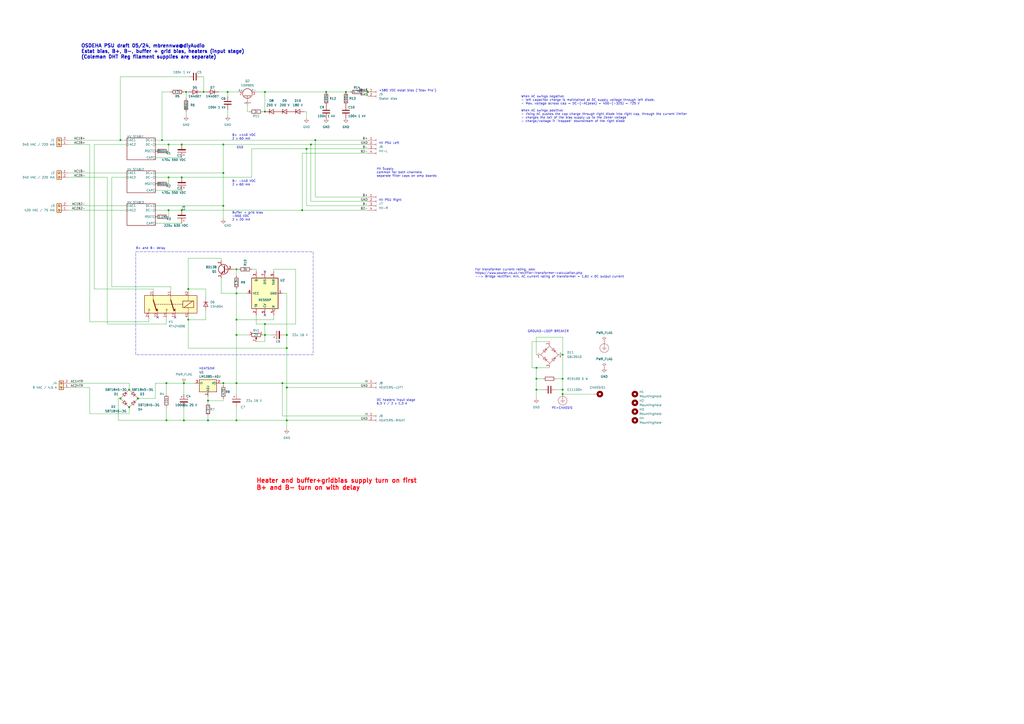
<source format=kicad_sch>
(kicad_sch (version 20231120) (generator "eeschema") (generator_version "8.0")
  (paper "A2")
  (lib_symbols
    (symbol "1N4007_1" (pin_numbers hide) (pin_names hide)
      (property "Reference" "D" (at 0 2.54 0))
      (property "Value" "1N4007" (at 0 -2.54 0))
      (symbol "1N4007_1_1_1"
        (pin passive line (at -3.81 0 0) (length 2.54) (name "K") (number "1"))
        (pin passive line (at 3.81 0 180) (length 2.54) (name "A") (number "2"))
      )
    )
    (symbol "Connector:Conn_01x02_Socket" (pin_names (offset 1.016) hide)
      (property "Reference" "J" (at 0 2.54 0))
      (property "Value" "Conn_01x02_Socket" (at 0 -5.08 0))
      (symbol "Conn_01x02_Socket_1_1"
        (pin passive line (at -5.08 0 0) (length 3.81) (name "Pin_1") (number "1"))
        (pin passive line (at -5.08 -2.54 0) (length 3.81) (name "Pin_2") (number "2"))
      )
    )
    (symbol "Connector:Conn_01x04_Socket" (pin_names (offset 1.016) hide)
      (property "Reference" "J" (at 0 5.08 0))
      (property "Value" "Conn_01x04_Socket" (at 0 -7.62 0))
      (symbol "Conn_01x04_Socket_1_1"
        (pin passive line (at -5.08 2.54 0) (length 3.81) (name "Pin_1") (number "1"))
        (pin passive line (at -5.08 0 0) (length 3.81) (name "Pin_2") (number "2"))
        (pin passive line (at -5.08 -2.54 0) (length 3.81) (name "Pin_3") (number "3"))
        (pin passive line (at -5.08 -5.08 0) (length 3.81) (name "Pin_4") (number "4"))
      )
    )
    (symbol "Connector:Screw_Terminal_01x02" (pin_names (offset 1.016) hide)
      (property "Reference" "J" (at 0 2.54 0))
      (property "Value" "Screw_Terminal_01x02" (at 0 -5.08 0))
      (symbol "Screw_Terminal_01x02_1_1"
        (pin passive line (at -5.08 0 0) (length 3.81) (name "Pin_1") (number "1"))
        (pin passive line (at -5.08 -2.54 0) (length 3.81) (name "Pin_2") (number "2"))
      )
    )
    (symbol "Device:C" (pin_numbers hide) (pin_names (offset 0.254))
      (property "Reference" "C" (at 0.635 2.54 0))
      (property "Value" "C" (at 0.635 -2.54 0))
      (symbol "C_1_1"
        (pin passive line (at 0 3.81 270) (length 2.794) (name "~") (number "1"))
        (pin passive line (at 0 -3.81 90) (length 2.794) (name "~") (number "2"))
      )
    )
    (symbol "Device:C_Polarized" (pin_numbers hide) (pin_names (offset 0.254))
      (property "Reference" "C" (at 0.635 2.54 0))
      (property "Value" "C_Polarized" (at 0.635 -2.54 0))
      (symbol "C_Polarized_1_1"
        (pin passive line (at 0 3.81 270) (length 2.794) (name "~") (number "1"))
        (pin passive line (at 0 -3.81 90) (length 2.794) (name "~") (number "2"))
      )
    )
    (symbol "Device:D_45deg" (pin_numbers hide) (pin_names (offset 0) hide)
      (property "Reference" "D" (at 1.27 2.54 0))
      (property "Value" "D_45deg" (at 1.27 0 0))
      (symbol "D_45deg_1_1"
        (pin passive line (at 2.54 -2.54 180) (length 0) (name "K") (number "1"))
        (pin passive line (at -2.54 2.54 0) (length 0) (name "A") (number "2"))
      )
    )
    (symbol "Device:D_Zener" (pin_numbers hide) (pin_names (offset 1.016) hide)
      (property "Reference" "D" (at 0 2.54 0))
      (property "Value" "D_Zener" (at 0 -2.54 0))
      (symbol "D_Zener_1_1"
        (pin passive line (at -3.81 0 0) (length 2.54) (name "K") (number "1"))
        (pin passive line (at 3.81 0 180) (length 2.54) (name "A") (number "2"))
      )
    )
    (symbol "Device:R" (pin_numbers hide) (pin_names (offset 0))
      (property "Reference" "R" (at 2.032 0 90))
      (property "Value" "R" (at 0 0 90))
      (symbol "R_1_1"
        (pin passive line (at 0 3.81 270) (length 1.27) (name "~") (number "1"))
        (pin passive line (at 0 -3.81 90) (length 1.27) (name "~") (number "2"))
      )
    )
    (symbol "Device:R_Potentiometer" (pin_names (offset 1.016) hide)
      (property "Reference" "RV" (at -4.445 0 90))
      (property "Value" "R_Potentiometer" (at -2.54 0 90))
      (symbol "R_Potentiometer_1_1"
        (pin passive line (at 0 3.81 270) (length 1.27) (name "1") (number "1"))
        (pin passive line (at 3.81 0 180) (length 1.27) (name "2") (number "2"))
        (pin passive line (at 0 -3.81 90) (length 1.27) (name "3") (number "3"))
      )
    )
    (symbol "Diode:1N4004" (pin_numbers hide) (pin_names hide)
      (property "Reference" "D" (at 0 2.54 0))
      (property "Value" "1N4004" (at 0 -2.54 0))
      (symbol "1N4004_1_1"
        (pin passive line (at -3.81 0 0) (length 2.54) (name "K") (number "1"))
        (pin passive line (at 3.81 0 180) (length 2.54) (name "A") (number "2"))
      )
    )
    (symbol "Diode_Bridge:B40C3x00-2200A" (pin_names (offset 0))
      (property "Reference" "D" (at 2.54 6.985 0))
      (property "Value" "B40C3x00-2200A" (at 2.54 5.08 0))
      (symbol "B40C3x00-2200A_1_1"
        (pin passive line (at -7.62 0 0) (length 2.54) (name "-") (number "1"))
        (pin passive line (at 0 7.62 270) (length 2.54) (name "~") (number "2"))
        (pin passive line (at 0 -7.62 90) (length 2.54) (name "~") (number "3"))
        (pin passive line (at 7.62 0 180) (length 2.54) (name "+") (number "4"))
      )
    )
    (symbol "Mechanical:MountingHole" (pin_names (offset 1.016))
      (property "Reference" "H" (at 0 5.08 0))
      (property "Value" "MountingHole" (at 0 3.175 0))
    )
    (symbol "Mechanical:MountingHole_Pad" (pin_numbers hide) (pin_names (offset 1.016) hide)
      (property "Reference" "H" (at 0 6.35 0))
      (property "Value" "MountingHole_Pad" (at 0 4.445 0))
      (symbol "MountingHole_Pad_1_1"
        (pin input line (at 0 -2.54 90) (length 2.54) (name "1") (number "1"))
      )
    )
    (symbol "OSDEHA_PSU:10M90S" (pin_names (offset 0))
      (property "Reference" "Q" (at 5.08 1.905 0))
      (property "Value" "10M90S" (at 5.08 0 0))
      (symbol "10M90S_1_1"
        (pin input line (at -5.08 0 0) (length 2.54) (name "G") (number "1"))
        (pin passive line (at 2.54 5.08 270) (length 2.54) (name "A+") (number "2"))
        (pin passive line (at 2.54 -5.08 90) (length 2.54) (name "K-") (number "3"))
      )
    )
    (symbol "Regulator_Linear:LM1085-ADJ" (pin_names (offset 0.254))
      (property "Reference" "U" (at -3.81 3.175 0))
      (property "Value" "LM1085-ADJ" (at 0 3.175 0))
      (symbol "LM1085-ADJ_1_1"
        (pin input line (at 0 -7.62 90) (length 2.54) (name "ADJ") (number "1"))
        (pin power_out line (at 7.62 0 180) (length 2.54) (name "VO") (number "2"))
        (pin power_in line (at -7.62 0 0) (length 2.54) (name "VI") (number "3"))
      )
    )
    (symbol "Relay:RT42xxxx"
      (property "Reference" "K" (at 16.51 3.81 0))
      (property "Value" "RT42xxxx" (at 16.51 1.27 0))
      (symbol "RT42xxxx_1_1"
        (pin passive line (at 0 -7.62 90) (length 2.54) (name "~") (number "11"))
        (pin passive line (at -2.54 7.62 270) (length 2.54) (name "~") (number "12"))
        (pin passive line (at 2.54 7.62 270) (length 2.54) (name "~") (number "14"))
        (pin passive line (at 10.16 -7.62 90) (length 2.54) (name "~") (number "21"))
        (pin passive line (at 7.62 7.62 270) (length 2.54) (name "~") (number "22"))
        (pin passive line (at 12.7 7.62 270) (length 2.54) (name "~") (number "24"))
        (pin passive line (at -10.16 7.62 270) (length 2.54) (name "~") (number "A1"))
        (pin passive line (at -10.16 -7.62 90) (length 2.54) (name "~") (number "A2"))
      )
    )
    (symbol "Timer:NE555P"
      (property "Reference" "U" (at -10.16 8.89 0))
      (property "Value" "NE555P" (at 2.54 8.89 0))
      (symbol "NE555P_0_0"
        (pin power_in line (at 0 -10.16 90) (length 2.54) (name "GND") (number "1"))
        (pin power_in line (at 0 10.16 270) (length 2.54) (name "VCC") (number "8"))
      )
      (symbol "NE555P_1_1"
        (pin input line (at -12.7 5.08 0) (length 3.81) (name "TR") (number "2"))
        (pin output line (at 12.7 5.08 180) (length 3.81) (name "Q") (number "3"))
        (pin input inverted (at -12.7 -5.08 0) (length 3.81) (name "R") (number "4"))
        (pin input line (at -12.7 0 0) (length 3.81) (name "CV") (number "5"))
        (pin input line (at 12.7 -5.08 180) (length 3.81) (name "THR") (number "6"))
        (pin input line (at 12.7 0 180) (length 3.81) (name "DIS") (number "7"))
      )
    )
    (symbol "Transistor_BJT:BD138" (pin_names (offset 0) hide)
      (property "Reference" "Q" (at 5.08 1.905 0))
      (property "Value" "BD138" (at 5.08 0 0))
      (symbol "BD138_1_1"
        (pin passive line (at 2.54 -5.08 90) (length 2.54) (name "E") (number "1"))
        (pin passive line (at 2.54 5.08 270) (length 2.54) (name "C") (number "2"))
        (pin input line (at -5.08 0 0) (length 5.08) (name "B") (number "3"))
      )
    )
    (symbol "power:Earth_Protective" (power) (pin_names (offset 0))
      (symbol "Earth_Protective_1_1"
        (pin power_in line (at 0 0 270) (length 0) hide (name "Earth_Protective") (number "1"))
      )
    )
    (symbol "power:GND" (power) (pin_names (offset 0))
      (property "Value" "GND" (at 0 -3.81 0))
      (symbol "GND_1_1"
        (pin power_in line (at 0 0 270) (length 0) hide (name "GND") (number "1"))
      )
    )
    (symbol "power:PWR_FLAG" (power) (pin_numbers hide) (pin_names (offset 0) hide)
      (property "Value" "PWR_FLAG" (at 0 3.81 0))
      (symbol "PWR_FLAG_0_0"
        (pin power_out line (at 0 0 90) (length 0) (name "pwr") (number "1"))
      )
    )
  )
  (junction (at 326.39 205.74))
  (junction (at 166.37 201.93))
  (junction (at 109.22 167.64))
  (junction (at 129.54 83.82))
  (junction (at 166.37 194.31))
  (junction (at 74.93 226.06))
  (junction (at 96.52 243.84))
  (junction (at 326.39 228.6))
  (junction (at 175.26 121.92))
  (junction (at 97.79 102.87))
  (junction (at 96.52 222.25))
  (junction (at 97.79 83.82))
  (junction (at 129.54 222.25))
  (junction (at 106.68 243.84))
  (junction (at 109.22 185.42))
  (junction (at 129.54 119.38))
  (junction (at 182.88 81.28))
  (junction (at 163.83 222.25))
  (junction (at 120.65 243.84))
  (junction (at 107.95 53.34))
  (junction (at 137.16 156.21))
  (junction (at 93.98 81.28))
  (junction (at 137.16 222.25))
  (junction (at 177.8 86.36))
  (junction (at 80.01 231.14))
  (junction (at 129.54 100.33))
  (junction (at 137.16 194.31))
  (junction (at 153.67 53.34))
  (junction (at 326.39 226.06))
  (junction (at 132.08 53.34))
  (junction (at 166.37 224.79))
  (junction (at 311.15 226.06))
  (junction (at 153.67 64.77))
  (junction (at 213.36 53.34))
  (junction (at 137.16 185.42))
  (junction (at 180.34 83.82))
  (junction (at 105.41 102.87))
  (junction (at 153.67 187.96))
  (junction (at 326.39 219.71))
  (junction (at 200.66 53.34))
  (junction (at 120.65 232.41))
  (junction (at 97.79 121.92))
  (junction (at 137.16 243.84))
  (junction (at 69.85 81.28))
  (junction (at 166.37 243.84))
  (junction (at 74.93 236.22))
  (junction (at 118.11 53.34))
  (junction (at 189.23 53.34))
  (junction (at 105.41 83.82))
  (junction (at 137.16 170.18))
  (junction (at 69.85 231.14))
  (junction (at 105.41 121.92))
  (junction (at 311.15 219.71))
  (junction (at 106.68 222.25))
  (junction (at 311.15 213.36))
  (junction (at 153.67 194.31))
  (no_connect (at 91.44 184.15))
  (no_connect (at 153.67 157.48))
  (no_connect (at 101.6 184.15))
  (no_connect (at 153.67 182.88))
  (wire (pts (xy 137.16 228.6) (xy 137.16 222.25)))
  (wire (pts (xy 90.17 129.54) (xy 105.41 129.54)))
  (wire (pts (xy 326.39 219.71) (xy 322.58 219.71)))
  (wire (pts (xy 129.54 231.14) (xy 129.54 232.41)))
  (wire (pts (xy 210.82 53.34) (xy 213.36 53.34)))
  (wire (pts (xy 143.51 60.96) (xy 143.51 64.77)))
  (wire (pts (xy 96.52 236.22) (xy 96.52 243.84)))
  (wire (pts (xy 171.45 187.96) (xy 153.67 187.96)))
  (wire (pts (xy 138.43 53.34) (xy 132.08 53.34)))
  (wire (pts (xy 52.07 83.82) (xy 52.07 186.69)))
  (wire (pts (xy 326.39 228.6) (xy 344.17 228.6)))
  (wire (pts (xy 326.39 219.71) (xy 326.39 226.06)))
  (wire (pts (xy 158.75 157.48) (xy 158.75 156.21)))
  (wire (pts (xy 90.17 100.33) (xy 129.54 100.33)))
  (wire (pts (xy 74.93 240.03) (xy 52.07 240.03)))
  (wire (pts (xy 177.8 64.77) (xy 177.8 68.58)))
  (wire (pts (xy 116.84 44.45) (xy 118.11 44.45)))
  (wire (pts (xy 64.77 102.87) (xy 64.77 166.37)))
  (wire (pts (xy 311.15 231.14) (xy 311.15 226.06)))
  (wire (pts (xy 148.59 198.12) (xy 153.67 198.12)))
  (wire (pts (xy 166.37 248.92) (xy 166.37 243.84)))
  (wire (pts (xy 52.07 186.69) (xy 86.36 186.69)))
  (wire (pts (xy 39.37 102.87) (xy 62.23 102.87)))
  (wire (pts (xy 105.41 102.87) (xy 146.05 102.87)))
  (wire (pts (xy 74.93 240.03) (xy 74.93 236.22)))
  (wire (pts (xy 175.26 88.9) (xy 213.36 88.9)))
  (wire (pts (xy 163.83 170.18) (xy 166.37 170.18)))
  (wire (pts (xy 148.59 156.21) (xy 146.05 156.21)))
  (wire (pts (xy 166.37 224.79) (xy 166.37 243.84)))
  (wire (pts (xy 129.54 232.41) (xy 120.65 232.41)))
  (wire (pts (xy 90.17 121.92) (xy 97.79 121.92)))
  (wire (pts (xy 129.54 222.25) (xy 129.54 223.52)))
  (wire (pts (xy 128.27 222.25) (xy 129.54 222.25)))
  (wire (pts (xy 97.79 83.82) (xy 97.79 87.63)))
  (wire (pts (xy 128.27 161.29) (xy 128.27 170.18)))
  (wire (pts (xy 62.23 102.87) (xy 62.23 187.96)))
  (wire (pts (xy 148.59 182.88) (xy 148.59 187.96)))
  (wire (pts (xy 129.54 119.38) (xy 129.54 127)))
  (wire (pts (xy 153.67 194.31) (xy 157.48 194.31)))
  (wire (pts (xy 106.68 53.34) (xy 107.95 53.34)))
  (wire (pts (xy 177.8 86.36) (xy 146.05 86.36)))
  (wire (pts (xy 99.06 166.37) (xy 64.77 166.37)))
  (wire (pts (xy 166.37 201.93) (xy 166.37 224.79)))
  (wire (pts (xy 137.16 243.84) (xy 166.37 243.84)))
  (wire (pts (xy 137.16 170.18) (xy 137.16 185.42)))
  (wire (pts (xy 118.11 53.34) (xy 119.38 53.34)))
  (wire (pts (xy 90.17 231.14) (xy 90.17 222.25)))
  (wire (pts (xy 311.15 195.58) (xy 326.39 195.58)))
  (wire (pts (xy 88.9 167.64) (xy 88.9 168.91)))
  (wire (pts (xy 96.52 222.25) (xy 96.52 228.6)))
  (polyline (pts (xy 181.61 205.74) (xy 78.74 205.74)) (stroke (width 0) (type dash)))
  (wire (pts (xy 68.58 231.14) (xy 69.85 231.14)))
  (wire (pts (xy 311.15 213.36) (xy 308.61 213.36)))
  (wire (pts (xy 137.16 160.02) (xy 137.16 156.21)))
  (wire (pts (xy 311.15 219.71) (xy 311.15 226.06)))
  (wire (pts (xy 39.37 83.82) (xy 52.07 83.82)))
  (wire (pts (xy 80.01 231.14) (xy 90.17 231.14)))
  (wire (pts (xy 120.65 243.84) (xy 137.16 243.84)))
  (wire (pts (xy 171.45 156.21) (xy 171.45 187.96)))
  (wire (pts (xy 177.8 119.38) (xy 177.8 86.36)))
  (wire (pts (xy 213.36 119.38) (xy 177.8 119.38)))
  (wire (pts (xy 96.52 222.25) (xy 106.68 222.25)))
  (wire (pts (xy 132.08 63.5) (xy 132.08 67.31)))
  (wire (pts (xy 189.23 53.34) (xy 200.66 53.34)))
  (wire (pts (xy 153.67 53.34) (xy 148.59 53.34)))
  (wire (pts (xy 146.05 86.36) (xy 146.05 102.87)))
  (wire (pts (xy 109.22 149.86) (xy 128.27 149.86)))
  (wire (pts (xy 109.22 184.15) (xy 109.22 185.42)))
  (wire (pts (xy 97.79 121.92) (xy 97.79 125.73)))
  (wire (pts (xy 105.41 83.82) (xy 129.54 83.82)))
  (wire (pts (xy 182.88 81.28) (xy 213.36 81.28)))
  (wire (pts (xy 180.34 83.82) (xy 180.34 116.84)))
  (wire (pts (xy 93.98 81.28) (xy 90.17 81.28)))
  (wire (pts (xy 68.58 243.84) (xy 68.58 231.14)))
  (wire (pts (xy 106.68 222.25) (xy 113.03 222.25)))
  (wire (pts (xy 311.15 226.06) (xy 314.96 226.06)))
  (wire (pts (xy 326.39 195.58) (xy 326.39 205.74)))
  (wire (pts (xy 213.36 224.79) (xy 166.37 224.79)))
  (wire (pts (xy 175.26 121.92) (xy 213.36 121.92)))
  (wire (pts (xy 176.53 64.77) (xy 177.8 64.77)))
  (wire (pts (xy 135.89 156.21) (xy 137.16 156.21)))
  (wire (pts (xy 166.37 243.84) (xy 213.36 243.84)))
  (wire (pts (xy 120.65 241.3) (xy 120.65 243.84)))
  (wire (pts (xy 129.54 83.82) (xy 180.34 83.82)))
  (wire (pts (xy 180.34 83.82) (xy 213.36 83.82)))
  (wire (pts (xy 137.16 194.31) (xy 137.16 222.25)))
  (wire (pts (xy 97.79 121.92) (xy 105.41 121.92)))
  (wire (pts (xy 143.51 170.18) (xy 137.16 170.18)))
  (wire (pts (xy 69.85 44.45) (xy 69.85 81.28)))
  (wire (pts (xy 166.37 170.18) (xy 166.37 194.31)))
  (wire (pts (xy 137.16 156.21) (xy 138.43 156.21)))
  (wire (pts (xy 152.4 64.77) (xy 153.67 64.77)))
  (wire (pts (xy 163.83 222.25) (xy 163.83 241.3)))
  (wire (pts (xy 107.95 53.34) (xy 107.95 57.15)))
  (wire (pts (xy 148.59 157.48) (xy 148.59 156.21)))
  (wire (pts (xy 213.36 86.36) (xy 177.8 86.36)))
  (wire (pts (xy 93.98 53.34) (xy 99.06 53.34)))
  (wire (pts (xy 93.98 81.28) (xy 182.88 81.28)))
  (wire (pts (xy 39.37 119.38) (xy 73.66 119.38)))
  (wire (pts (xy 213.36 53.34) (xy 213.36 55.88)))
  (wire (pts (xy 64.77 102.87) (xy 73.66 102.87)))
  (wire (pts (xy 153.67 53.34) (xy 189.23 53.34)))
  (wire (pts (xy 144.78 194.31) (xy 137.16 194.31)))
  (wire (pts (xy 96.52 184.15) (xy 96.52 187.96)))
  (wire (pts (xy 128.27 151.13) (xy 128.27 149.86)))
  (wire (pts (xy 175.26 88.9) (xy 175.26 121.92)))
  (wire (pts (xy 153.67 198.12) (xy 153.67 194.31)))
  (wire (pts (xy 326.39 226.06) (xy 322.58 226.06)))
  (wire (pts (xy 116.84 53.34) (xy 118.11 53.34)))
  (wire (pts (xy 165.1 194.31) (xy 166.37 194.31)))
  (wire (pts (xy 106.68 222.25) (xy 106.68 228.6)))
  (wire (pts (xy 90.17 91.44) (xy 105.41 91.44)))
  (wire (pts (xy 39.37 121.92) (xy 73.66 121.92)))
  (wire (pts (xy 97.79 102.87) (xy 105.41 102.87)))
  (wire (pts (xy 311.15 219.71) (xy 314.96 219.71)))
  (wire (pts (xy 69.85 81.28) (xy 73.66 81.28)))
  (wire (pts (xy 93.98 53.34) (xy 93.98 81.28)))
  (wire (pts (xy 128.27 170.18) (xy 137.16 170.18)))
  (wire (pts (xy 311.15 213.36) (xy 311.15 219.71)))
  (wire (pts (xy 200.66 53.34) (xy 203.2 53.34)))
  (wire (pts (xy 158.75 182.88) (xy 158.75 185.42)))
  (wire (pts (xy 40.64 222.25) (xy 74.93 222.25)))
  (wire (pts (xy 137.16 236.22) (xy 137.16 243.84)))
  (wire (pts (xy 120.65 243.84) (xy 106.68 243.84)))
  (wire (pts (xy 326.39 228.6) (xy 326.39 226.06)))
  (wire (pts (xy 153.67 187.96) (xy 153.67 194.31)))
  (wire (pts (xy 163.83 222.25) (xy 213.36 222.25)))
  (wire (pts (xy 40.64 224.79) (xy 52.07 224.79)))
  (wire (pts (xy 158.75 185.42) (xy 137.16 185.42)))
  (wire (pts (xy 86.36 184.15) (xy 86.36 186.69)))
  (wire (pts (xy 54.61 167.64) (xy 88.9 167.64)))
  (wire (pts (xy 213.36 114.3) (xy 182.88 114.3)))
  (wire (pts (xy 118.11 44.45) (xy 118.11 53.34)))
  (wire (pts (xy 127 53.34) (xy 132.08 53.34)))
  (wire (pts (xy 39.37 81.28) (xy 69.85 81.28)))
  (wire (pts (xy 182.88 114.3) (xy 182.88 81.28)))
  (wire (pts (xy 137.16 222.25) (xy 163.83 222.25)))
  (wire (pts (xy 97.79 83.82) (xy 105.41 83.82)))
  (wire (pts (xy 106.68 236.22) (xy 106.68 243.84)))
  (polyline (pts (xy 78.74 205.74) (xy 78.74 146.05)) (stroke (width 0) (type dash)))
  (wire (pts (xy 54.61 83.82) (xy 73.66 83.82)))
  (wire (pts (xy 326.39 205.74) (xy 326.39 219.71)))
  (wire (pts (xy 90.17 110.49) (xy 105.41 110.49)))
  (polyline (pts (xy 78.74 146.05) (xy 181.61 146.05)) (stroke (width 0) (type dash)))
  (wire (pts (xy 311.15 205.74) (xy 311.15 195.58)))
  (wire (pts (xy 105.41 121.92) (xy 175.26 121.92)))
  (wire (pts (xy 308.61 213.36) (xy 308.61 198.12)))
  (wire (pts (xy 107.95 53.34) (xy 109.22 53.34)))
  (wire (pts (xy 52.07 240.03) (xy 52.07 224.79)))
  (wire (pts (xy 166.37 194.31) (xy 166.37 201.93)))
  (wire (pts (xy 308.61 198.12) (xy 318.77 198.12)))
  (wire (pts (xy 120.65 229.87) (xy 120.65 232.41)))
  (wire (pts (xy 213.36 241.3) (xy 163.83 241.3)))
  (wire (pts (xy 109.22 167.64) (xy 109.22 149.86)))
  (wire (pts (xy 311.15 213.36) (xy 318.77 213.36)))
  (wire (pts (xy 54.61 83.82) (xy 54.61 167.64)))
  (wire (pts (xy 39.37 100.33) (xy 73.66 100.33)))
  (wire (pts (xy 90.17 222.25) (xy 96.52 222.25)))
  (wire (pts (xy 62.23 187.96) (xy 96.52 187.96)))
  (wire (pts (xy 129.54 83.82) (xy 129.54 100.33)))
  (wire (pts (xy 97.79 102.87) (xy 97.79 106.68)))
  (wire (pts (xy 119.38 180.34) (xy 119.38 185.42)))
  (wire (pts (xy 99.06 168.91) (xy 99.06 166.37)))
  (wire (pts (xy 213.36 116.84) (xy 180.34 116.84)))
  (wire (pts (xy 120.65 233.68) (xy 120.65 232.41)))
  (wire (pts (xy 109.22 168.91) (xy 109.22 167.64)))
  (wire (pts (xy 109.22 201.93) (xy 166.37 201.93)))
  (wire (pts (xy 119.38 167.64) (xy 109.22 167.64)))
  (wire (pts (xy 132.08 53.34) (xy 132.08 55.88)))
  (wire (pts (xy 90.17 102.87) (xy 97.79 102.87)))
  (wire (pts (xy 109.22 185.42) (xy 109.22 201.93)))
  (wire (pts (xy 96.52 243.84) (xy 106.68 243.84)))
  (wire (pts (xy 153.67 53.34) (xy 153.67 64.77)))
  (wire (pts (xy 119.38 185.42) (xy 109.22 185.42)))
  (wire (pts (xy 109.22 44.45) (xy 69.85 44.45)))
  (wire (pts (xy 129.54 100.33) (xy 129.54 119.38)))
  (wire (pts (xy 90.17 83.82) (xy 97.79 83.82)))
  (wire (pts (xy 137.16 167.64) (xy 137.16 170.18)))
  (wire (pts (xy 158.75 156.21) (xy 171.45 156.21)))
  (wire (pts (xy 68.58 243.84) (xy 96.52 243.84)))
  (wire (pts (xy 74.93 222.25) (xy 74.93 226.06)))
  (wire (pts (xy 152.4 194.31) (xy 153.67 194.31)))
  (wire (pts (xy 137.16 185.42) (xy 137.16 194.31)))
  (wire (pts (xy 119.38 172.72) (xy 119.38 167.64)))
  (polyline (pts (xy 181.61 146.05) (xy 181.61 205.74)) (stroke (width 0) (type dash)))
  (wire (pts (xy 129.54 222.25) (xy 137.16 222.25)))
  (wire (pts (xy 143.51 64.77) (xy 144.78 64.77)))
  (wire (pts (xy 90.17 119.38) (xy 129.54 119.38)))
  (wire (pts (xy 148.59 187.96) (xy 153.67 187.96)))
  (wire (pts (xy 107.95 64.77) (xy 107.95 67.31)))
  (text "When AC swings negative:\n- left capacitor charge is maintained at DC supply voltage through left diode.\n- Max. voltage across cap = DC-(-ACpeak) = 400-(-325) = 725 V\n\nWhen AC swings positive:\n- rising AC pushes the cap charge through right diode into right cap, through the current limiter\n- charges the tail of the bias supply up to the Zener voltage\n- charge/voltage it \"trapped\" downstream of the right diode" (at 302.26 71.12 0) (effects (font (size 1.27 1.27)) (justify left bottom)))
  (text "B+ +440 VDC\n2 x 60 mA" (at 134.62 81.28 0) (effects (font (size 1.27 1.27)) (justify left bottom)))
  (text "PE+CHASSIS" (at 320.04 237.49 0) (effects (font (size 1.27 1.27)) (justify left bottom)))
  (text "For transformer current rating, see:\nhttps://www.sowter.co.uk/rectifier-transformer-calculation.php\n--> Bridge rectifier: min. AC current rating of transformer = 1.61 x DC output current" (at 275.59 161.29 0) (effects (font (size 1.27 1.27)) (justify left bottom)))
  (text "HV Supply\ncommon for both channels\nseparate filter caps on amp boards" (at 218.44 102.87 0) (effects (font (size 1.27 1.27)) (justify left bottom)))
  (text "Heater and buffer+gridbias supply turn on first\nB+ and B- turn on with delay" (at 148.59 284.48 0) (effects (font (size 2.54 2.54) (thickness 0.508) (bold yes)) (justify left bottom)))
  (text "HV PSU Left" (at 219.71 83.82 0) (effects (font (size 1.27 1.27)) (justify left bottom)))
  (text "+580 VDC estat bias (\"Stax Pro\")" (at 219.71 53.34 0) (effects (font (size 1.27 1.27)) (justify left bottom)))
  (text "Buffer + grid bias\n-550 VDC\n2 x 20 mA" (at 134.62 128.27 0) (effects (font (size 1.27 1.27)) (justify left bottom)))
  (text "GND" (at 137.16 86.36 0) (effects (font (size 1.27 1.27)) (justify left bottom)))
  (text "HV PSU Right" (at 219.71 116.84 0) (effects (font (size 1.27 1.27)) (justify left bottom)))
  (text "OSDEHA PSU draft 05/24, mbrennwa@diyAudio\nEstat bias, B+, B-, buffer + grid bias, heaters (input stage)\n(Coleman DHT Reg filament supplies are separate)" (at 46.99 34.29 0) (effects (font (size 2 2) (thickness 0.4) (bold yes)) (justify left bottom)))
  (text "B- -440 VDC\n2 x 60 mA" (at 134.62 107.95 0) (effects (font (size 1.27 1.27)) (justify left bottom)))
  (text "B+ and B- delay" (at 78.74 144.78 0) (effects (font (size 1.27 1.27)) (justify left bottom)))
  (text "GROUND-LOOP BREAKER" (at 306.07 193.04 0) (effects (font (size 1.27 1.27)) (justify left bottom)))
  (text "HEATSINK" (at 115.57 214.63 0) (effects (font (size 1.27 1.27)) (justify left bottom)))
  (text "DC heaters input stage\n6.3 V / 2 x 1.3 A" (at 218.44 234.95 0) (effects (font (size 1.27 1.27)) (justify left bottom)))
  (label "AC2HTR" (at 48.26 224.79 180))
  (label "AC1B-" (at 49.53 100.33 180))
  (label "GND" (at 213.36 224.79 180))
  (label "BIAS" (at 213.36 53.34 180))
  (label "H" (at 213.36 241.3 180))
  (label "B+" (at 213.36 81.28 180))
  (label "AC1B+" (at 49.53 81.28 180))
  (label "GND" (at 213.36 116.84 180))
  (label "Pin_1" (at 213.36 53.34 180))
  (label "AC2B-" (at 49.53 102.87 180))
  (label "AC1B2-" (at 49.53 119.38 180))
  (label "B+" (at 213.36 114.3 180))
  (label "B-" (at 213.36 86.36 180))
  (label "AC2B+" (at 49.53 83.82 180))
  (label "AC2B2-" (at 49.53 121.92 180))
  (label "GND" (at 213.36 83.82 180))
  (label "BIAS" (at 213.36 55.88 180))
  (label "AC1HTR" (at 48.26 222.25 180))
  (label "B-" (at 213.36 119.38 180))
  (label "B2-" (at 213.36 121.92 180))
  (label "B2-" (at 213.36 88.9 180))
  (label "GND" (at 213.36 243.84 180))
  (label "H" (at 213.36 222.25 180))
  (symbol (lib_id "Connector:Conn_01x02_Socket") (at 218.44 241.3 0) (unit 1)
    (property "Reference" "J9" (at 219.71 241.3 0) (effects (justify left)))
    (property "Value" "HEATERS-RIGHT" (at 219.71 243.84 0) (effects (justify left)))
    (property "Footprint" "Connector_Molex:Molex_KK-396_A-41791-0002_1x02_P3.96mm_Vertical" (effects (hide yes)))
    (property "Datasheet" "https://www.molex.com/en-us/products/part-detail/417910849?display=pdf" (effects (hide yes)))
    (property "MPN" "41791-0849" (effects (hide yes)))
  )
  (symbol (lib_id "Relay:RT42xxxx") (at 99.06 176.53 180) (unit 1)
    (property "Reference" "K1" (at 97.79 186.69 0) (effects (justify right)))
    (property "Value" "RT424006" (at 97.79 189.23 0) (effects (justify right)))
    (property "Footprint" "Relay_THT:Relay_DPDT_Schrack-RT2-FormC_RM5mm" (effects (hide yes)))
    (property "Datasheet" "http://www.te.com/commerce/DocumentDelivery/DDEController?Action=showdoc&DocId=Data+Sheet%7FRT2%7F1014%7Fpdf%7FEnglish%7FENG_DS_RT2_1014.pdf%7F6-1393243-3" (effects (hide yes)))
    (property "MPN" "RT424006" (effects (hide yes)))
  )
  (symbol (lib_id "Device:C") (at 318.77 226.06 90) (unit 1)
    (property "Reference" "C11" (at 328.93 226.06 90) (effects (justify right)))
    (property "Value" "100n" (at 332.74 226.06 90) (effects (justify right)))
    (property "Footprint" "Capacitor_THT:C_Rect_L26.5mm_W8.5mm_P22.50mm_MKS4" (effects (hide yes)))
    (property "Datasheet" "F881DH104M300L " (effects (hide yes)))
    (property "MPN" "F881DH104M300L " (effects (hide yes)))
  )
  (symbol (lib_id "Mechanical:MountingHole_Pad") (at 346.71 228.6 270) (mirror x) (unit 1)
    (property "Reference" "CHASSIS1" (at 346.71 224.79 90))
    (property "Value" "MountingHole_Pad" (effects (hide yes)))
    (property "Footprint" "MountingHole:MountingHole_3.2mm_M3_Pad" (effects (hide yes)))
  )
  (symbol (lib_id "power:PWR_FLAG") (at 106.68 222.25 0) (unit 1)
    (property "Reference" "#FLG01" (effects (hide yes)))
    (property "Value" "PWR_FLAG" (at 106.68 217.17 0))
  )
  (symbol (lib_id "Device:R") (at 129.54 227.33 0) (unit 1)
    (property "Reference" "R8" (at 132.08 227.33 0))
    (property "Value" "470" (at 129.54 227.33 90))
    (property "Footprint" "Resistor_THT:R_Axial_DIN0207_L6.3mm_D2.5mm_P10.16mm_Horizontal" (effects (hide yes)))
    (property "Datasheet" "https://www.vishay.com/doc?31018" (effects (hide yes)))
    (property "MPN" "CMF55470R00" (effects (hide yes)))
  )
  (symbol (lib_id "power:PWR_FLAG") (at 350.52 213.36 0) (unit 1)
    (property "Reference" "#FLG03" (effects (hide yes)))
    (property "Value" "PWR_FLAG" (at 350.52 208.28 0))
  )
  (symbol (lib_id "Timer:NE555P") (at 153.67 170.18 90) (unit 1)
    (property "Reference" "U2" (at 163.83 162.56 90))
    (property "Value" "NE555P" (at 153.67 173.99 90))
    (property "Footprint" "Package_DIP:DIP-8_W7.62mm" (effects (hide yes)))
    (property "Datasheet" "http://www.ti.com/lit/ds/symlink/ne555.pdf" (effects (hide yes)))
    (property "MPN" "NE555P" (effects (hide yes)))
  )
  (symbol (lib_id "Connector:Screw_Terminal_01x02") (at 34.29 100.33 0) (mirror y) (unit 1)
    (property "Reference" "J2" (at 31.75 100.33 0) (effects (justify left)))
    (property "Value" "340 VAC / 220 mA" (at 31.75 102.87 0) (effects (justify left)))
    (property "Footprint" "TerminalBlock_Phoenix:TerminalBlock_Phoenix_MKDS-1,5-2-5.08_1x02_P5.08mm_Horizontal" (effects (hide yes)))
    (property "Datasheet" "https://www.phoenixcontact.com/us/products/1729128/pdf" (effects (hide yes)))
    (property "MPN" "1729128 " (effects (hide yes)))
  )
  (symbol (lib_id "Device:R") (at 189.23 57.15 0) (unit 1)
    (property "Reference" "R12" (at 193.04 57.15 0))
    (property "Value" "100k" (at 189.23 57.15 90))
    (property "Footprint" "Resistor_THT:R_Axial_DIN0207_L6.3mm_D2.5mm_P2.54mm_Vertical" (effects (hide yes)))
    (property "Datasheet" "https://www.vishay.com/doc?31018" (effects (hide yes)))
    (property "MPN" "CMF55100K00" (effects (hide yes)))
  )
  (symbol (lib_id "Device:C_Polarized") (at 161.29 194.31 90) (unit 1)
    (property "Reference" "C8" (at 161.29 198.12 90))
    (property "Value" "22u 16 V" (at 173.99 194.31 90))
    (property "Footprint" "Capacitor_THT:CP_Radial_D5.0mm_P2.00mm" (effects (hide yes)))
    (property "Datasheet" "https://www.we-online.com/catalog/datasheet/860160372003.pdf" (effects (hide yes)))
    (property "MPN" "860160372003 " (effects (hide yes)))
  )
  (symbol (lib_id "Device:R_Potentiometer") (at 148.59 194.31 270) (unit 1)
    (property "Reference" "RV1" (at 148.59 191.77 90))
    (property "Value" "2M" (at 148.59 194.31 90))
    (property "Footprint" "Potentiometer_THT:Potentiometer_Bourns_3296W_Vertical" (effects (hide yes)))
    (property "Datasheet" "https://www.mouser.ch/datasheet/2/54/3296-776415.pdf" (effects (hide yes)))
    (property "MPN" "3296W-1-205" (effects (hide yes)))
  )
  (symbol (lib_id "power:GND") (at 166.37 248.92 0) (unit 1)
    (property "Reference" "#PWR04" (effects (hide yes)))
    (property "Value" "GND" (at 166.37 254 0))
  )
  (symbol (lib_id "Device:D_Zener") (at 165.1 64.77 0) (unit 1)
    (property "Reference" "D9" (at 165.1 58.42 0))
    (property "Value" "200 V" (at 165.1 60.96 0))
    (property "Footprint" "Diode_THT:D_DO-41_SOD81_P7.62mm_Horizontal" (effects (hide yes)))
    (property "Datasheet" "https://diotec.com/request/datasheet/zy1.pdf" (effects (hide yes)))
    (property "MPN" "ZY200" (effects (hide yes)))
  )
  (symbol (lib_id "power:PWR_FLAG") (at 350.52 198.12 0) (unit 1)
    (property "Reference" "#FLG02" (effects (hide yes)))
    (property "Value" "PWR_FLAG" (at 350.52 193.04 0))
  )
  (symbol (lib_id "OSDEHA_PSU:10M90S") (at 143.51 55.88 90) (unit 1)
    (property "Reference" "Q2" (at 143.51 46.99 90))
    (property "Value" "10M90S" (at 143.51 49.53 90))
    (property "Footprint" "Package_TO_SOT_THT:TO-220-3_Vertical" (effects (hide yes)))
    (property "Datasheet" "https://www.mouser.ch/datasheet/2/240/media-3323122.pdf" (effects (hide yes)))
    (property "MPN" "IXCP10M90S" (effects (hide yes)))
  )
  (symbol (lib_id "Mechanical:MountingHole") (at 368.3 238.76 0) (unit 1)
    (property "Reference" "H3" (at 370.84 237.49 0) (effects (justify left)))
    (property "Value" "MountingHole" (at 370.84 240.03 0) (effects (justify left)))
    (property "Footprint" "MountingHole:MountingHole_3.2mm_M3" (effects (hide yes)))
  )
  (symbol (lib_id "Device:R") (at 93.98 87.63 270) (unit 1)
    (property "Reference" "R1" (at 97.79 88.9 90))
    (property "Value" "866k" (at 93.98 87.63 90))
    (property "Footprint" "Resistor_THT:R_Axial_DIN0207_L6.3mm_D2.5mm_P10.16mm_Horizontal" (effects (hide yes)))
    (property "Datasheet" "https://www.vishay.com/doc?31018" (effects (hide yes)))
    (property "MPN" "CMF55866K00" (effects (hide yes)))
  )
  (symbol (lib_id "Transistor_BJT:BD138") (at 130.81 156.21 0) (mirror y) (unit 1)
    (property "Reference" "Q1" (at 125.73 157.48 0) (effects (justify left)))
    (property "Value" "BD138" (at 125.73 154.94 0) (effects (justify left)))
    (property "Footprint" "Package_TO_SOT_THT:TO-126-3_Vertical" (effects (hide yes)))
    (property "Datasheet" "http://www.st.com/internet/com/TECHNICAL_RESOURCES/TECHNICAL_LITERATURE/DATASHEET/CD00001225.pdf" (effects (hide yes)))
    (property "MPN" "BD138" (effects (hide yes)))
  )
  (symbol (lib_id "Device:C_Polarized") (at 137.16 232.41 0) (unit 1)
    (property "Reference" "C7" (at 140.97 236.22 0))
    (property "Value" "22u 16 V" (at 147.32 232.41 0))
    (property "Footprint" "Capacitor_THT:CP_Radial_D5.0mm_P2.00mm" (effects (hide yes)))
    (property "Datasheet" "https://www.we-online.com/catalog/datasheet/860160372003.pdf" (effects (hide yes)))
    (property "MPN" "860160372003" (effects (hide yes)))
  )
  (symbol (lib_id "Mechanical:MountingHole") (at 368.3 228.6 0) (unit 1)
    (property "Reference" "H1" (at 370.84 227.33 0) (effects (justify left)))
    (property "Value" "MountingHole" (at 370.84 229.87 0) (effects (justify left)))
    (property "Footprint" "MountingHole:MountingHole_3.2mm_M3" (effects (hide yes)))
  )
  (symbol (lib_id "Device:R") (at 120.65 237.49 0) (unit 1)
    (property "Reference" "R7" (at 123.19 237.49 0))
    (property "Value" "1.91k" (at 120.65 237.49 90))
    (property "Footprint" "Resistor_THT:R_Axial_DIN0207_L6.3mm_D2.5mm_P10.16mm_Horizontal" (effects (hide yes)))
    (property "Datasheet" "https://www.vishay.com/doc?31018" (effects (hide yes)))
    (property "MPN" "CMF551K9100" (effects (hide yes)))
  )
  (symbol (lib_id "Device:D_Zener") (at 157.48 64.77 0) (unit 1)
    (property "Reference" "D8" (at 157.48 58.42 0))
    (property "Value" "200 V" (at 157.48 60.96 0))
    (property "Footprint" "Diode_THT:D_DO-41_SOD81_P7.62mm_Horizontal" (effects (hide yes)))
    (property "Datasheet" "https://diotec.com/request/datasheet/zy1.pdf" (effects (hide yes)))
    (property "MPN" "ZY200" (effects (hide yes)))
  )
  (symbol (lib_id "Device:D_45deg") (at 77.47 233.68 90) (unit 1)
    (property "Reference" "D4" (at 80.01 237.49 90) (effects (justify right)))
    (property "Value" "SBT1845-3G" (at 80.01 234.95 90) (effects (justify right)))
    (property "Footprint" "Package_TO_SOT_THT:TO-220-2_Vertical" (effects (hide yes)))
    (property "Datasheet" "https://diotec.com/request/datasheet/sbt1840-3g.pdf" (effects (hide yes)))
    (property "MPN" "SBT1845-3G" (effects (hide yes)))
  )
  (symbol (lib_id "Device:R") (at 93.98 106.68 270) (unit 1)
    (property "Reference" "R2" (at 97.79 107.95 90))
    (property "Value" "866k" (at 93.98 106.68 90))
    (property "Footprint" "Resistor_THT:R_Axial_DIN0207_L6.3mm_D2.5mm_P10.16mm_Horizontal" (effects (hide yes)))
    (property "Datasheet" "https://www.vishay.com/doc?31018" (effects (hide yes)))
    (property "MPN" "CMF55866K00" (effects (hide yes)))
  )
  (symbol (lib_id "Connector:Screw_Terminal_01x02") (at 34.29 83.82 180) (unit 1)
    (property "Reference" "J1" (at 31.75 81.28 0) (effects (justify left)))
    (property "Value" "340 VAC / 220 mA" (at 31.75 83.82 0) (effects (justify left)))
    (property "Footprint" "TerminalBlock_Phoenix:TerminalBlock_Phoenix_MKDS-1,5-2-5.08_1x02_P5.08mm_Horizontal" (effects (hide yes)))
    (property "Datasheet" "https://www.phoenixcontact.com/us/products/1729128/pdf" (effects (hide yes)))
    (property "MPN" "1729128 " (effects (hide yes)))
  )
  (symbol (lib_id "Device:D_Zener") (at 172.72 64.77 0) (unit 1)
    (property "Reference" "D10" (at 172.72 58.42 0))
    (property "Value" "180 V" (at 172.72 60.96 0))
    (property "Footprint" "Diode_THT:D_DO-41_SOD81_P7.62mm_Horizontal" (effects (hide yes)))
    (property "Datasheet" "https://diotec.com/request/datasheet/zy1.pdf" (effects (hide yes)))
    (property "MPN" "ZY180" (effects (hide yes)))
  )
  (symbol (lib_id "Device:R") (at 137.16 163.83 0) (unit 1)
    (property "Reference" "R9" (at 140.97 163.83 0))
    (property "Value" "3.3k" (at 137.16 163.83 90))
    (property "Footprint" "Resistor_THT:R_Axial_DIN0207_L6.3mm_D2.5mm_P10.16mm_Horizontal" (effects (hide yes)))
    (property "Datasheet" "https://www.vishay.com/doc?31018" (effects (hide yes)))
    (property "MPN" "CMF553K3000" (effects (hide yes)))
  )
  (symbol (lib_id "Device:R") (at 96.52 232.41 0) (unit 1)
    (property "Reference" "R4" (at 93.98 228.6 0))
    (property "Value" "10k" (at 96.52 232.41 90))
    (property "Footprint" "Resistor_THT:R_Axial_DIN0207_L6.3mm_D2.5mm_P2.54mm_Vertical" (effects (hide yes)))
    (property "Datasheet" "https://www.vishay.com/doc?31018" (effects (hide yes)))
    (property "MPN" "CMF5510K000" (effects (hide yes)))
  )
  (symbol (lib_id "Device:C") (at 132.08 59.69 0) (unit 1)
    (property "Reference" "C6" (at 128.27 57.15 0) (effects (justify left)))
    (property "Value" "100n 1 kV" (at 120.65 62.23 0) (effects (justify left)))
    (property "Footprint" "Capacitor_THT:C_Rect_L18.0mm_W9.0mm_P15.00mm_FKS3_FKP3" (effects (hide yes)))
    (property "Datasheet" "https://www.mouser.ch/datasheet/2/440/e_WIMA_MKP_4-1139861.pdf" (effects (hide yes)))
    (property "MPN" "MKP4O131004J00KSSD" (effects (hide yes)))
  )
  (symbol (lib_id "Device:C_Polarized") (at 105.41 125.73 180) (unit 1)
    (property "Reference" "C3" (at 106.68 119.38 90) (effects (justify left)))
    (property "Value" "220u 630 VDC" (at 109.22 130.81 0) (effects (justify left)))
    (property "Footprint" "Capacitor_THT:CP_Radial_D35.0mm_P10.00mm_SnapIn" (effects (hide yes)))
    (property "Datasheet" "https://www.mouser.ch/datasheet/2/447/KEM_A4081_ALC70-3315930.pdf" (effects (hide yes)))
    (property "MPN" "ALC70A221DE630 " (effects (hide yes)))
  )
  (symbol (lib_id "Device:R") (at 318.77 219.71 270) (unit 1)
    (property "Reference" "R15" (at 328.93 219.71 90) (effects (justify left)))
    (property "Value" "100 5 W" (at 332.74 219.71 90) (effects (justify left)))
    (property "Footprint" "Resistor_THT:R_Axial_DIN0918_L18.0mm_D9.0mm_P22.86mm_Horizontal" (effects (hide yes)))
    (property "Datasheet" "https://www.vishay.com/doc?28730" (effects (hide yes)))
    (property "MPN" "AC05AT0001000JAC00 " (effects (hide yes)))
  )
  (symbol (lib_id "Device:R") (at 93.98 125.73 270) (unit 1)
    (property "Reference" "R3" (at 96.52 127 90) (effects (justify left)))
    (property "Value" "1.1M" (at 93.98 125.73 90))
    (property "Footprint" "Resistor_THT:R_Axial_DIN0207_L6.3mm_D2.5mm_P10.16mm_Horizontal" (effects (hide yes)))
    (property "Datasheet" "https://www.vishay.com/doc?31018" (effects (hide yes)))
    (property "MPN" "CMF551M1000" (effects (hide yes)))
  )
  (symbol (lib_id "Diode:1N4004") (at 119.38 176.53 270) (unit 1)
    (property "Reference" "D6" (at 121.92 175.26 90) (effects (justify left)))
    (property "Value" "1N4004" (at 121.92 177.8 90) (effects (justify left)))
    (property "Footprint" "Diode_THT:D_DO-41_SOD81_P10.16mm_Horizontal" (effects (hide yes)))
    (property "Datasheet" "http://www.vishay.com/docs/88503/1n4001.pdf" (effects (hide yes)))
    (property "MPN" "1N4004" (effects (hide yes)))
  )
  (symbol (lib_id "Device:C_Polarized") (at 106.68 232.41 0) (unit 1)
    (property "Reference" "C4" (at 107.95 229.87 0) (effects (justify left)))
    (property "Value" "10000u 25 V" (at 101.6 234.95 0) (effects (justify left)))
    (property "Footprint" "Capacitor_THT:CP_Radial_D25.0mm_P10.00mm_SnapIn" (effects (hide yes)))
    (property "Datasheet" "https://www.mouser.ch/datasheet/2/447/KEM_A4082_ALC80-3316696.pdf" (effects (hide yes)))
    (property "MPN" "ALC80A103BB025 " (effects (hide yes)))
  )
  (symbol (lib_id "power:GND") (at 132.08 67.31 0) (unit 1)
    (property "Reference" "#PWR03" (effects (hide yes)))
    (property "Value" "GND" (at 132.08 72.39 0))
  )
  (symbol (lib_id "power:GND") (at 311.15 231.14 0) (unit 1)
    (property "Reference" "#PWR08" (effects (hide yes)))
    (property "Value" "GND" (at 311.15 236.22 0))
  )
  (symbol (lib_id "Device:R") (at 200.66 57.15 0) (unit 1)
    (property "Reference" "R13" (at 204.47 57.15 0))
    (property "Value" "100k" (at 200.66 57.15 90))
    (property "Footprint" "Resistor_THT:R_Axial_DIN0207_L6.3mm_D2.5mm_P2.54mm_Vertical" (effects (hide yes)))
    (property "Datasheet" "https://www.vishay.com/doc?31018" (effects (hide yes)))
    (property "MPN" "CMF55100K00" (effects (hide yes)))
  )
  (symbol (lib_id "Device:R") (at 148.59 64.77 270) (unit 1)
    (property "Reference" "R11" (at 148.59 67.31 90))
    (property "Value" "3k" (at 148.59 64.77 90))
    (property "Footprint" "Resistor_THT:R_Axial_DIN0207_L6.3mm_D2.5mm_P2.54mm_Vertical" (effects (hide yes)))
    (property "Datasheet" "https://www.vishay.com/doc?31018" (effects (hide yes)))
    (property "MPN" "CMF553K0000" (effects (hide yes)))
  )
  (symbol (lib_id "Connector:Conn_01x04_Socket") (at 218.44 116.84 0) (unit 1)
    (property "Reference" "J7" (at 219.71 118.11 0) (effects (justify left)))
    (property "Value" "HV-R" (at 219.71 120.65 0) (effects (justify left)))
    (property "Footprint" "Connector_Molex:Molex_KK-396_A-41791-0004_1x04_P3.96mm_Vertical" (effects (hide yes)))
    (property "Datasheet" "https://www.molex.com/en-us/products/part-detail/417910851?display=pdf" (effects (hide yes)))
    (property "MPN" "41791-0851" (effects (hide yes)))
  )
  (symbol (lib_name "1N4007_1") (lib_id "Diode:1N4007") (at 123.19 53.34 180) (unit 1)
    (property "Reference" "D7" (at 123.19 50.8 0))
    (property "Value" "1N4007" (at 123.19 55.88 0))
    (property "Footprint" "Diode_THT:D_DO-41_SOD81_P7.62mm_Horizontal" (effects (hide yes)))
    (property "Datasheet" "https://diotec.com/request/datasheet/1n4001.pdf" (effects (hide yes)))
    (property "MPN" "1N4007" (effects (hide yes)))
  )
  (symbol (lib_id "Device:R") (at 207.01 53.34 270) (unit 1)
    (property "Reference" "R14" (at 207.01 50.8 90))
    (property "Value" "4.7M" (at 207.01 53.34 90))
    (property "Footprint" "Resistor_THT:R_Axial_DIN0207_L6.3mm_D2.5mm_P10.16mm_Horizontal" (effects (hide yes)))
    (property "Datasheet" "https://www.vishay.com/doc?31018" (effects (hide yes)))
    (property "MPN" "CMF554M7000" (effects (hide yes)))
  )
  (symbol (lib_id "power:GND") (at 189.23 68.58 0) (unit 1)
    (property "Reference" "#PWR06" (effects (hide yes)))
    (property "Value" "GND" (at 189.23 73.66 0))
  )
  (symbol (lib_id "power:GND") (at 129.54 127 0) (unit 1)
    (property "Reference" "#PWR02" (effects (hide yes)))
    (property "Value" "GND" (at 132.08 130.81 0))
  )
  (symbol (lib_id "Connector:Conn_01x02_Socket") (at 218.44 53.34 0) (unit 1)
    (property "Reference" "J5" (at 219.71 54.61 0) (effects (justify left)))
    (property "Value" "Stator bias" (at 219.71 57.15 0) (effects (justify left)))
    (property "Footprint" "Connector_Molex:Molex_KK-396_A-41791-0002_1x02_P3.96mm_Vertical" (effects (hide yes)))
    (property "Datasheet" "https://www.molex.com/en-us/products/part-detail/417910849?display=pdf" (effects (hide yes)))
    (property "MPN" "41791-0849" (effects (hide yes)))
  )
  (symbol (lib_id "Connector:Conn_01x02_Socket") (at 218.44 222.25 0) (unit 1)
    (property "Reference" "J8" (at 219.71 222.25 0) (effects (justify left)))
    (property "Value" "HEATERS-LEFT" (at 219.71 224.79 0) (effects (justify left)))
    (property "Footprint" "Connector_Molex:Molex_KK-396_A-41791-0002_1x02_P3.96mm_Vertical" (effects (hide yes)))
    (property "Datasheet" "https://www.molex.com/en-us/products/part-detail/417910849?display=pdf" (effects (hide yes)))
    (property "MPN" "41791-0849" (effects (hide yes)))
  )
  (symbol (lib_id "Device:C") (at 200.66 64.77 0) (unit 1)
    (property "Reference" "C10" (at 201.93 62.23 0) (effects (justify left)))
    (property "Value" "100n 1 kV" (at 201.93 67.31 0) (effects (justify left)))
    (property "Footprint" "Capacitor_THT:C_Rect_L18.0mm_W9.0mm_P15.00mm_FKS3_FKP3" (effects (hide yes)))
    (property "Datasheet" "https://www.mouser.ch/datasheet/2/440/e_WIMA_MKP_4-1139861.pdf" (effects (hide yes)))
    (property "MPN" "MKP4O131004J00KSSD" (effects (hide yes)))
  )
  (symbol (lib_id "power:GND") (at 107.95 67.31 0) (unit 1)
    (property "Reference" "#PWR01" (effects (hide yes)))
    (property "Value" "GND" (at 107.95 72.39 0))
  )
  (symbol (lib_id "power:Earth_Protective") (at 350.52 198.12 0) (unit 1)
    (property "Reference" "#PWR010" (effects (hide yes)))
    (property "Value" "Earth_Protective" (effects (hide yes)))
  )
  (symbol (lib_id "Diode_Bridge:B40C3x00-2200A") (at 318.77 205.74 0) (unit 1)
    (property "Reference" "D11" (at 328.93 204.47 0) (effects (justify left)))
    (property "Value" "GBJ3510" (at 328.93 207.01 0) (effects (justify left)))
    (property "Footprint" "Diode_THT:Diode_Bridge_32.0x5.6x17.0mm_P10.0mm_P7.5mm" (effects (hide yes)))
    (property "Datasheet" "https://www.mouser.ch/datasheet/2/1057/GBJ3510-2949762.pdf" (effects (hide yes)))
    (property "MPN" "GBJ3510_T0_00601 " (effects (hide yes)))
  )
  (symbol (lib_id "Connector:Screw_Terminal_01x02") (at 35.56 224.79 180) (unit 1)
    (property "Reference" "J4" (at 33.02 222.25 0) (effects (justify left)))
    (property "Value" "9 VAC / 4.5 A" (at 33.02 224.79 0) (effects (justify left)))
    (property "Footprint" "TerminalBlock_Phoenix:TerminalBlock_Phoenix_MKDS-1,5-2-5.08_1x02_P5.08mm_Horizontal" (effects (hide yes)))
    (property "Datasheet" "https://www.phoenixcontact.com/us/products/1729128/pdf" (effects (hide yes)))
    (property "MPN" "1729128 " (effects (hide yes)))
  )
  (symbol (lib_id "Device:D_45deg") (at 72.39 228.6 90) (unit 1)
    (property "Reference" "D1" (at 66.04 228.6 90) (effects (justify right)))
    (property "Value" "SBT1845-3G" (at 60.96 226.06 90) (effects (justify right)))
    (property "Footprint" "Package_TO_SOT_THT:TO-220-2_Vertical" (effects (hide yes)))
    (property "Datasheet" "https://diotec.com/request/datasheet/sbt1840-3g.pdf" (effects (hide yes)))
    (property "MPN" "SBT1845-3G" (effects (hide yes)))
  )
  (symbol (lib_id "Device:R") (at 142.24 156.21 90) (unit 1)
    (property "Reference" "R10" (at 142.24 152.4 0))
    (property "Value" "2k" (at 142.24 156.21 90))
    (property "Footprint" "Resistor_THT:R_Axial_DIN0207_L6.3mm_D2.5mm_P10.16mm_Horizontal" (effects (hide yes)))
    (property "Datasheet" "https://www.vishay.com/doc?31018" (effects (hide yes)))
    (property "MPN" "CMF552K0000" (effects (hide yes)))
  )
  (symbol (lib_id "Connector:Screw_Terminal_01x02") (at 34.29 121.92 180) (unit 1)
    (property "Reference" "J3" (at 31.75 119.38 0) (effects (justify left)))
    (property "Value" "420 VAC / 75 mA" (at 31.75 121.92 0) (effects (justify left)))
    (property "Footprint" "TerminalBlock_Phoenix:TerminalBlock_Phoenix_MKDS-1,5-2-5.08_1x02_P5.08mm_Horizontal" (effects (hide yes)))
    (property "Datasheet" "https://www.phoenixcontact.com/us/products/1729128/pdf" (effects (hide yes)))
    (property "MPN" "1729128 " (effects (hide yes)))
  )
  (symbol (lib_id "power:GND") (at 200.66 68.58 0) (unit 1)
    (property "Reference" "#PWR07" (effects (hide yes)))
    (property "Value" "GND" (at 200.66 73.66 0))
  )
  (symbol (lib_id "Device:D_45deg") (at 77.47 228.6 0) (unit 1)
    (property "Reference" "D3" (at 83.82 228.6 0) (effects (justify right)))
    (property "Value" "SBT1845-3G" (at 88.9 226.06 0) (effects (justify right)))
    (property "Footprint" "Package_TO_SOT_THT:TO-220-2_Vertical" (effects (hide yes)))
    (property "Datasheet" "https://diotec.com/request/datasheet/sbt1840-3g.pdf" (effects (hide yes)))
    (property "MPN" "SBT1845-3G" (effects (hide yes)))
  )
  (symbol (lib_id "Device:C_Polarized") (at 105.41 87.63 180) (unit 1)
    (property "Reference" "C1" (at 105.41 90.17 0) (effects (justify left)))
    (property "Value" "470u 550 VDC" (at 107.95 92.71 0) (effects (justify left)))
    (property "Footprint" "Capacitor_THT:CP_Radial_D35.0mm_P10.00mm_SnapIn" (effects (hide yes)))
    (property "Datasheet" "https://www.mouser.ch/datasheet/2/447/Kemet_11_29_2022_KEM_A4119_ALH82-3316362.pdf" (effects (hide yes)))
    (property "MPN" "ALH82A471DL550 " (effects (hide yes)))
  )
  (symbol (lib_id "Connector:Conn_01x04_Socket") (at 218.44 83.82 0) (unit 1)
    (property "Reference" "J6" (at 219.71 85.09 0) (effects (justify left)))
    (property "Value" "HV-L" (at 219.71 87.63 0) (effects (justify left)))
    (property "Footprint" "Connector_Molex:Molex_KK-396_A-41791-0004_1x04_P3.96mm_Vertical" (effects (hide yes)))
    (property "Datasheet" "https://www.molex.com/en-us/products/part-detail/417910851?display=pdf" (effects (hide yes)))
    (property "MPN" "41791-0851" (effects (hide yes)))
  )
  (symbol (lib_id "Device:R") (at 107.95 60.96 0) (unit 1)
    (property "Reference" "R6" (at 111.76 60.96 0))
    (property "Value" "866k" (at 107.95 60.96 90))
    (property "Footprint" "Resistor_THT:R_Axial_DIN0207_L6.3mm_D2.5mm_P2.54mm_Vertical" (effects (hide yes)))
    (property "Datasheet" "https://www.vishay.com/doc?31018" (effects (hide yes)))
    (property "MPN" "CMF55787K00" (effects (hide yes)))
  )
  (symbol (lib_id "power:GND") (at 350.52 213.36 0) (unit 1)
    (property "Reference" "#PWR011" (effects (hide yes)))
    (property "Value" "GND" (at 350.52 218.44 0))
  )
  (symbol (lib_id "Regulator_Linear:LM1085-ADJ") (at 120.65 222.25 0) (unit 1)
    (property "Reference" "U1" (at 115.57 215.9 0) (effects (justify left)))
    (property "Value" "LM1085-ADJ" (at 115.57 218.44 0) (effects (justify left)))
    (property "Footprint" "Package_TO_SOT_THT:TO-220-3_Vertical" (effects (hide yes)))
    (property "Datasheet" "http://www.ti.com/lit/ds/symlink/lm1085.pdf" (effects (hide yes)))
    (property "MPN" "LM1085IT-ADJ/NOPB" (effects (hide yes)))
  )
  (symbol (lib_id "Device:D_45deg") (at 72.39 233.68 0) (unit 1)
    (property "Reference" "D2" (at 67.056 235.966 0) (effects (justify right)))
    (property "Value" "SBT1845-3G" (at 73.406 238.506 0) (effects (justify right)))
    (property "Footprint" "Package_TO_SOT_THT:TO-220-2_Vertical" (effects (hide yes)))
    (property "Datasheet" "https://diotec.com/request/datasheet/sbt1840-3g.pdf" (effects (hide yes)))
    (property "MPN" "SBT1845-3G" (effects (hide yes)))
  )
  (symbol (lib_id "power:GND") (at 177.8 68.58 0) (unit 1)
    (property "Reference" "#PWR05" (effects (hide yes)))
    (property "Value" "GND" (at 177.8 73.66 0))
  )
  (symbol (lib_id "Device:R") (at 102.87 53.34 270) (unit 1)
    (property "Reference" "R5" (at 102.87 55.88 90))
    (property "Value" "47k" (at 102.87 53.34 90))
    (property "Footprint" "Resistor_THT:R_Axial_DIN0207_L6.3mm_D2.5mm_P2.54mm_Vertical" (effects (hide yes)))
    (property "Datasheet" "https://www.vishay.com/doc?31018" (effects (hide yes)))
    (property "MPN" "CMF5547K000" (effects (hide yes)))
  )
  (symbol (lib_id "power:Earth_Protective") (at 326.39 228.6 0) (unit 1)
    (property "Reference" "#PWR09" (effects (hide yes)))
    (property "Value" "Earth_Protective" (effects (hide yes)))
  )
  (symbol (lib_id "Device:C_Polarized") (at 105.41 106.68 180) (unit 1)
    (property "Reference" "C2" (at 105.41 109.22 0) (effects (justify left)))
    (property "Value" "470u 550 VDC" (at 107.95 111.76 0) (effects (justify left)))
    (property "Footprint" "Capacitor_THT:CP_Radial_D35.0mm_P10.00mm_SnapIn" (effects (hide yes)))
    (property "Datasheet" "https://www.mouser.ch/datasheet/2/447/Kemet_11_29_2022_KEM_A4119_ALH82-3316362.pdf" (effects (hide yes)))
    (property "MPN" "ALH82A471DL550 " (effects (hide yes)))
  )
  (symbol (lib_id "Mechanical:MountingHole") (at 368.3 243.84 0) (unit 1)
    (property "Reference" "H4" (at 370.84 242.57 0) (effects (justify left)))
    (property "Value" "MountingHole" (at 370.84 245.11 0) (effects (justify left)))
    (property "Footprint" "MountingHole:MountingHole_3.2mm_M3" (effects (hide yes)))
  )
  (symbol (lib_id "Mechanical:MountingHole") (at 368.3 233.68 0) (unit 1)
    (property "Reference" "H2" (at 370.84 232.41 0) (effects (justify left)))
    (property "Value" "MountingHole" (at 370.84 234.95 0) (effects (justify left)))
    (property "Footprint" "MountingHole:MountingHole_3.2mm_M3" (effects (hide yes)))
  )
  (symbol (lib_id "Device:C") (at 113.03 44.45 270) (unit 1)
    (property "Reference" "C5" (at 114.3 41.91 90) (effects (justify left)))
    (property "Value" "100n 1 kV" (at 100.33 41.91 90) (effects (justify left)))
    (property "Footprint" "Capacitor_THT:C_Rect_L18.0mm_W9.0mm_P15.00mm_FKS3_FKP3" (effects (hide yes)))
    (property "Datasheet" "https://www.mouser.ch/datasheet/2/440/e_WIMA_MKP_4-1139861.pdf" (effects (hide yes)))
    (property "MPN" "MKP4O131004J00KSSD" (effects (hide yes)))
  )
  (symbol (lib_id "Device:C") (at 189.23 64.77 0) (unit 1)
    (property "Reference" "C9" (at 185.42 62.23 0) (effects (justify left)))
    (property "Value" "100n 1 kV" (at 184.15 67.31 0) (effects (justify left)))
    (property "Footprint" "Capacitor_THT:C_Rect_L18.0mm_W9.0mm_P15.00mm_FKS3_FKP3" (effects (hide yes)))
    (property "Datasheet" "https://www.mouser.ch/datasheet/2/440/e_WIMA_MKP_4-1139861.pdf" (effects (hide yes)))
    (property "MPN" "MKP4O131004J00KSSD" (effects (hide yes)))
  )
  (symbol (lib_name "1N4007_1") (lib_id "Diode:1N4007") (at 113.03 53.34 180) (unit 1)
    (property "Reference" "D5" (at 113.03 50.8 0))
    (property "Value" "1N4007" (at 113.03 55.88 0))
    (property "Footprint" "Diode_THT:D_DO-41_SOD81_P7.62mm_Horizontal" (effects (hide yes)))
    (property "Datasheet" "https://diotec.com/request/datasheet/1n4001.pdf" (effects (hide yes)))
    (property "MPN" "1N4007" (effects (hide yes)))
  )
  (sheet (at 73.66 118.11) (size 16.51 12.7) (stroke (width 0.1524))
    (property "Sheetname" "HV_STABI3" (at 73.66 118.11 0) (effects (justify left bottom)))
    (property "Sheetfile" "hv_stabi.kicad_sch" (effects (hide yes)))
    (pin "AC1" input (at 73.66 119.38 180))
    (pin "AC2" input (at 73.66 121.92 180))
    (pin "DC-" output (at 90.17 121.92 0))
    (pin "DC+" output (at 90.17 119.38 0))
    (pin "CAP" passive (at 90.17 129.54 0))
    (pin "RSET" passive (at 90.17 125.73 0))
  )
  (sheet (at 73.66 80.01) (size 16.51 12.7) (stroke (width 0.1524))
    (property "Sheetname" "HV_STABI1" (at 73.66 80.01 0) (effects (justify left bottom)))
    (property "Sheetfile" "hv_stabi.kicad_sch" (effects (hide yes)))
    (pin "AC1" input (at 73.66 81.28 180))
    (pin "AC2" input (at 73.66 83.82 180))
    (pin "DC-" output (at 90.17 83.82 0))
    (pin "DC+" output (at 90.17 81.28 0))
    (pin "CAP" passive (at 90.17 91.44 0))
    (pin "RSET" passive (at 90.17 87.63 0))
  )
  (sheet (at 73.66 99.06) (size 16.51 12.7) (stroke (width 0.1524))
    (property "Sheetname" "HV_STABI2" (at 73.66 99.06 0) (effects (justify left bottom)))
    (property "Sheetfile" "hv_stabi.kicad_sch" (effects (hide yes)))
    (pin "AC1" input (at 73.66 100.33 180))
    (pin "AC2" input (at 73.66 102.87 180))
    (pin "DC-" output (at 90.17 102.87 0))
    (pin "DC+" output (at 90.17 100.33 0))
    (pin "CAP" passive (at 90.17 110.49 0))
    (pin "RSET" passive (at 90.17 106.68 0))
  )
)
</source>
